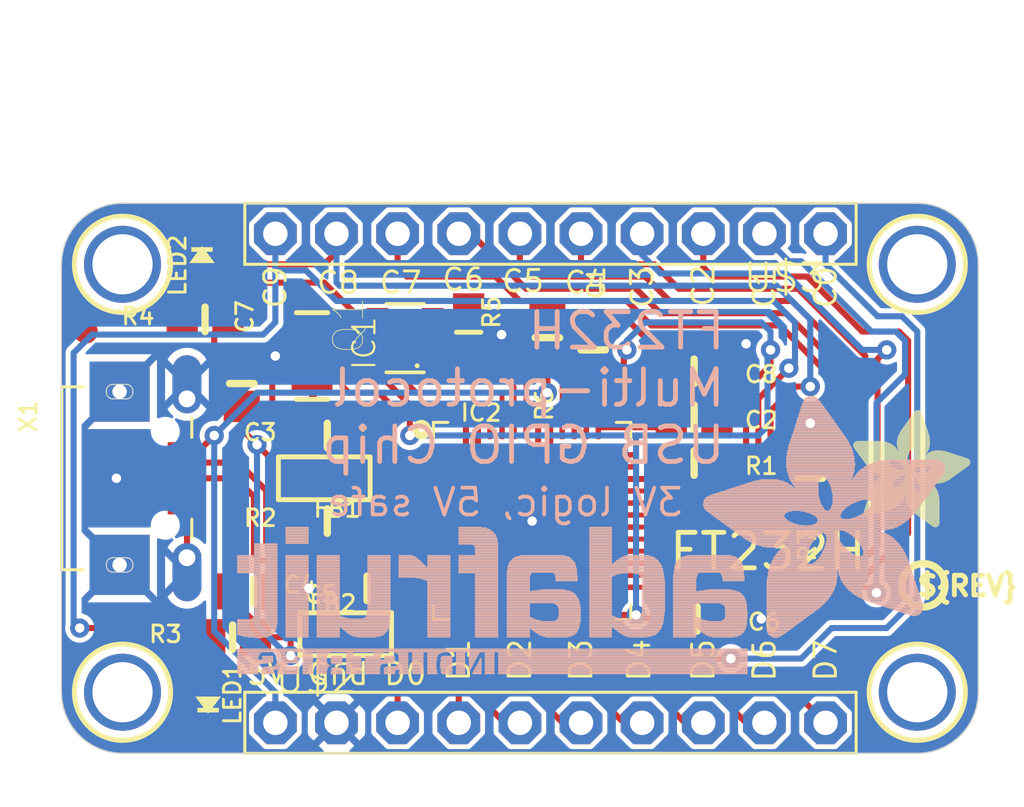
<source format=kicad_pcb>
(kicad_pcb (version 20221018) (generator pcbnew)
  (layers (0 "F.Cu" signal) (31 "B.Cu" signal) (34 "B.Paste" user) (35 "F.Paste" user) (36 "B.SilkS" user "B.Silkscreen") (37 "F.SilkS" user "F.Silkscreen") (38 "B.Mask" user) (39 "F.Mask" user) (44 "Edge.Cuts" user))
  (net 0 "")
  (net 1 "GND")
  (net 2 "+5V")
  (net 3 "D+")
  (net 4 "D-")
  (net 5 "N$2")
  (net 6 "N$3")
  (net 7 "1.8V")
  (net 8 "+3V3")
  (net 9 "VCCA")
  (net 10 "VPLL")
  (net 11 "VPHY")
  (net 12 "N$7")
  (net 13 "N$5")
  (net 14 "C8")
  (net 15 "C9")
  (net 16 "N$6")
  (net 17 "N$8")
  (net 18 "N$9")
  (net 19 "N$10")
  (net 20 "N$11")
  (net 21 "N$12")
  (net 22 "C7")
  (net 23 "D0")
  (net 24 "D1")
  (net 25 "D2")
  (net 26 "D3")
  (net 27 "D4")
  (net 28 "D5")
  (net 29 "D6")
  (net 30 "D7")
  (net 31 "C0")
  (net 32 "C1")
  (net 33 "C2")
  (net 34 "C3")
  (net 35 "C4")
  (net 36 "C5")
  (net 37 "C6")
  (footprint "working:4UCONN_20329" (layer "F.Cu") (at 133.7691 105.0036 -90)
    (fp_text reference "X1")
    (fp_text value "MiniB")
    (fp_line (start -3.9 2.2) (end -3.9 1.6) (stroke (width 0.05)) (layer "Edge.Cuts"))
    (fp_line (start -3.3 1.6) (end -3.3 2.2) (stroke (width 0.05)) (layer "Edge.Cuts"))
    (fp_line (start 3.3 2.2) (end 3.3 1.6) (stroke (width 0.05)) (layer "Edge.Cuts"))
    (fp_line (start 3.9 1.6) (end 3.9 2.2) (stroke (width 0.05)) (layer "Edge.Cuts"))
    (fp_arc (start -3.9 1.6) (mid -3.801777 1.412868) (end -3.6 1.35) (stroke (width 0.05)) (layer "Edge.Cuts"))
    (fp_arc (start -3.6 1.35) (mid -3.398223 1.412868) (end -3.3 1.6) (stroke (width 0.05)) (layer "Edge.Cuts"))
    (fp_arc (start -3.6 2.45) (mid -3.801777 2.387132) (end -3.9 2.2) (stroke (width 0.05)) (layer "Edge.Cuts"))
    (fp_arc (start -3.3 2.2) (mid -3.398223 2.387132) (end -3.6 2.45) (stroke (width 0.05)) (layer "Edge.Cuts"))
    (fp_arc (start 3.3 1.6) (mid 3.398223 1.412868) (end 3.6 1.35) (stroke (width 0.05)) (layer "Edge.Cuts"))
    (fp_arc (start 3.6 1.35) (mid 3.801777 1.412868) (end 3.9 1.6) (stroke (width 0.05)) (layer "Edge.Cuts"))
    (fp_arc (start 3.6 2.45) (mid 3.398223 2.387132) (end 3.3 2.2) (stroke (width 0.05)) (layer "Edge.Cuts"))
    (fp_arc (start 3.9 2.2) (mid 3.801777 2.387132) (end 3.6 2.45) (stroke (width 0.05)) (layer "Edge.Cuts"))
  )
  (footprint "working:CHIPLED_0805_NOOUTLINE" (layer "F.Cu") (at 135.2931 95.7326)
    (fp_text reference "LED2")
    (fp_text value "red")
  )
  (footprint "working:0805-NO" (layer "F.Cu") (at 140.5001 106.7816 180)
    (fp_text reference "R2")
    (fp_text value "12K 1%")
  )
  (footprint "working:0805-NO" (layer "F.Cu") (at 155.7401 104.3686)
    (fp_text reference "R1")
    (fp_text value "12K")
  )
  (footprint "working:PCBFEAT-REV-040" (layer "F.Cu") (at 165.2651 109.4486)
    (fp_text reference "U$11" hide)
    (fp_text value "" hide)
  )
  (footprint "working:_0805" (layer "F.Cu") (at 141.2621 111.4806)
    (fp_text reference "FB2")
    (fp_text value "Ferrite")
  )
  (footprint "working:MOUNTINGHOLE_2.5_PLATED" (layer "F.Cu") (at 165.0111 96.1136)
    (fp_text reference "U$6" hide)
    (fp_text value "MOUNTINGHOLE2.5" hide)
  )
  (footprint "working:0805-NO" (layer "F.Cu") (at 142.1511 109.5756 180)
    (fp_text reference "C4")
    (fp_text value "10uF")
  )
  (footprint "working:0805-NO" (layer "F.Cu") (at 160.5661 105.0036 -90)
    (fp_text reference "R7")
    (fp_text value "12K")
  )
  (footprint "working:0805-NO" (layer "F.Cu") (at 136.9441 101.0666 90)
    (fp_text reference "C7")
    (fp_text value "0.1uF")
  )
  (footprint "working:0805-NO" (layer "F.Cu") (at 149.6441 99.1616 -90)
    (fp_text reference "R6")
    (fp_text value "4.7K")
  )
  (footprint "working:0805-NO" (layer "F.Cu") (at 136.5631 111.6076 180)
    (fp_text reference "R3")
    (fp_text value "1K")
  )
  (footprint "working:ADAFRUIT_5MM" (layer "F.Cu") (at 162.3441 107.0356)
    (fp_text reference "U$8" hide)
    (fp_text value "" hide)
  )
  (footprint "working:0805-NO" (layer "F.Cu") (at 135.4201 98.3996 180)
    (fp_text reference "R4")
    (fp_text value "1K")
  )
  (footprint "working:SOT23-6" (layer "F.Cu") (at 143.732993 99.179654 90)
    (fp_text reference "IC1")
    (fp_text value "93LC56B")
  )
  (footprint "working:1X10-BIG" (layer "F.Cu") (at 149.7711 115.1636)
    (fp_text reference "U$2")
    (fp_text value "PINHD-1X10")
  )
  (footprint "working:0805-NO" (layer "F.Cu") (at 155.7401 102.4636)
    (fp_text reference "C2")
    (fp_text value "0.1uF")
  )
  (footprint "working:MOUNTINGHOLE_2.5_PLATED" (layer "F.Cu") (at 131.9911 96.1136)
    (fp_text reference "U$4" hide)
    (fp_text value "MOUNTINGHOLE2.5" hide)
  )
  (footprint "working:0805-NO" (layer "F.Cu") (at 155.7401 100.5586)
    (fp_text reference "C8")
    (fp_text value "0.1uF")
  )
  (footprint "working:0805-NO" (layer "F.Cu") (at 137.4521 109.7026)
    (fp_text reference "C5")
    (fp_text value "10uF")
  )
  (footprint "working:MOUNTINGHOLE_2.5_PLATED" (layer "F.Cu") (at 131.9911 113.8936)
    (fp_text reference "U$5" hide)
    (fp_text value "MOUNTINGHOLE2.5" hide)
  )
  (footprint "working:FIDUCIAL_1MM" (layer "F.Cu") (at 160.1851 110.7186)
    (fp_text reference "FID2" hide)
    (fp_text value "FIDUCIAL\"\"" hide)
  )
  (footprint "working:MOUNTINGHOLE_2.5_PLATED" (layer "F.Cu") (at 165.0111 113.8936)
    (fp_text reference "U$7" hide)
    (fp_text value "MOUNTINGHOLE2.5" hide)
  )
  (footprint "working:QFN48_8MM" (layer "F.Cu") (at 149.0091 106.7816)
    (fp_text reference "IC2")
    (fp_text value "FT232HQ")
  )
  (footprint "working:_0805MP" (layer "F.Cu") (at 146.372912 98.934804 -90)
    (fp_text reference "R5")
    (fp_text value "2.2K")
  )
  (footprint "working:0805-NO" (layer "F.Cu") (at 151.5491 99.6696 90)
    (fp_text reference "C1")
    (fp_text value "10uF")
  )
  (footprint "working:0805-NO" (layer "F.Cu") (at 140.5001 103.2256 180)
    (fp_text reference "C3")
    (fp_text value "10uF")
  )
  (footprint "working:_0805" (layer "F.Cu") (at 140.3731 105.0036 180)
    (fp_text reference "FB1")
    (fp_text value "Ferrite")
  )
  (footprint "working:FIDUCIAL_1MM" (layer "F.Cu") (at 130.4671 98.9076)
    (fp_text reference "FID1" hide)
    (fp_text value "FIDUCIAL\"\"" hide)
  )
  (footprint "working:1X10-BIG" (layer "F.Cu") (at 149.7711 94.8436 180)
    (fp_text reference "U$3")
    (fp_text value "PINHD-1X10" hide)
  )
  (footprint "working:CHIPLED_0805_NOOUTLINE" (layer "F.Cu") (at 135.5471 114.4016 180)
    (fp_text reference "LED1")
    (fp_text value "green")
  )
  (footprint "working:0805-NO" (layer "F.Cu") (at 155.8671 110.8456)
    (fp_text reference "C6")
    (fp_text value "0.1uF")
  )
  (footprint "working:RESONATOR-SMD" (layer "F.Cu") (at 139.8651 99.9236 -90)
    (fp_text reference "Q1")
    (fp_text value "CSTCR 12MHz")
  )
  (footprint "working:ADAFRUIT_TEXT_30MM" (layer "B.Cu") (at 166.4081 113.1316 180)
    (fp_text reference "U$9" hide)
    (fp_text value "" hide)
  )
  (gr_line (start 129.4511 96.1136) (end 129.4511 113.8936) (stroke (width 0.05)) (layer "Edge.Cuts"))
  (gr_arc (start 131.9911 116.4336) (mid 130.195049 115.689651) (end 129.4511 113.8936) (stroke (width 0.05)) (layer "Edge.Cuts"))
  (gr_line (start 167.5511 113.8936) (end 167.5511 96.1136) (stroke (width 0.05)) (layer "Edge.Cuts"))
  (gr_line (start 131.9911 116.4336) (end 165.0111 116.4336) (stroke (width 0.05)) (layer "Edge.Cuts"))
  (gr_line (start 165.0111 93.5736) (end 131.9911 93.5736) (stroke (width 0.05)) (layer "Edge.Cuts"))
  (gr_arc (start 167.5511 113.8936) (mid 166.807151 115.689651) (end 165.0111 116.4336) (stroke (width 0.05)) (layer "Edge.Cuts"))
  (gr_arc (start 129.4511 96.1136) (mid 130.195049 94.317549) (end 131.9911 93.5736) (stroke (width 0.05)) (layer "Edge.Cuts"))
  (gr_arc (start 165.0111 93.5736) (mid 166.807151 94.317549) (end 167.5511 96.1136) (stroke (width 0.05)) (layer "Edge.Cuts"))
  (gr_text "3V logic, 5V safe" (at 155.3591 106.6546) (layer "B.SilkS") (effects (font (size 1.1176 1.1176) (thickness 0.1524)) (justify left bottom mirror)))
  (gr_text "FT232H\nMulti-protocol\nUSB GPIO Chip" (at 157.1371 104.4956) (layer "B.SilkS") (effects (font (size 1.475232 1.475232) (thickness 0.201168)) (justify left bottom mirror)))
  (gr_text "C8" (at 139.9921 96.8756) (layer "F.SilkS") (effects (font (size 0.89408 0.89408) (thickness 0.12192)) (justify left)))
  (gr_text "Gnd" (at 139.6111 113.1316) (layer "F.SilkS") (effects (font (size 0.89408 0.89408) (thickness 0.12192)) (justify left)))
  (gr_text "C7" (at 142.5956 96.8756) (layer "F.SilkS") (effects (font (size 0.89408 0.89408) (thickness 0.12192)) (justify left)))
  (gr_text "C4" (at 150.2791 96.8756) (layer "F.SilkS") (effects (font (size 0.89408 0.89408) (thickness 0.12192)) (justify left)))
  (gr_text "D6" (at 158.6611 113.5126 90) (layer "F.SilkS") (effects (font (size 0.89408 0.89408) (thickness 0.12192)) (justify left)))
  (gr_text "C0" (at 161.2011 98.0186 90) (layer "F.SilkS") (effects (font (size 0.89408 0.89408) (thickness 0.12192)) (justify left)))
  (gr_text "C2" (at 156.1211 97.9551 90) (layer "F.SilkS") (effects (font (size 0.89408 0.89408) (thickness 0.12192)) (justify left)))
  (gr_text "D3" (at 151.0411 113.5126 90) (layer "F.SilkS") (effects (font (size 0.89408 0.89408) (thickness 0.12192)) (justify left)))
  (gr_text "5V" (at 137.0711 113.1316) (layer "F.SilkS") (effects (font (size 0.89408 0.89408) (thickness 0.12192)) (justify left)))
  (gr_text "C5" (at 147.6756 96.8121) (layer "F.SilkS") (effects (font (size 0.89408 0.89408) (thickness 0.12192)) (justify left)))
  (gr_text "D5" (at 156.1211 113.5126 90) (layer "F.SilkS") (effects (font (size 0.89408 0.89408) (thickness 0.12192)) (justify left)))
  (gr_text "FT232H" (at 154.5971 108.0516) (layer "F.SilkS") (effects (font (size 1.475232 1.475232) (thickness 0.201168)) (justify left)))
  (gr_text "D7" (at 161.2011 113.5126 90) (layer "F.SilkS") (effects (font (size 0.89408 0.89408) (thickness 0.12192)) (justify left)))
  (gr_text "C1" (at 158.6611 98.0186 90) (layer "F.SilkS") (effects (font (size 0.89408 0.89408) (thickness 0.12192)) (justify left)))
  (gr_text "C9" (at 138.3411 98.0186 90) (layer "F.SilkS") (effects (font (size 0.89408 0.89408) (thickness 0.12192)) (justify left)))
  (gr_text "C3" (at 153.5811 98.0186 90) (layer "F.SilkS") (effects (font (size 0.89408 0.89408) (thickness 0.12192)) (justify left)))
  (gr_text "D4" (at 153.4541 113.5126 90) (layer "F.SilkS") (effects (font (size 0.89408 0.89408) (thickness 0.12192)) (justify left)))
  (gr_text "D2" (at 148.5011 113.5126 90) (layer "F.SilkS") (effects (font (size 0.89408 0.89408) (thickness 0.12192)) (justify left)))
  (gr_text "C6" (at 145.1991 96.7486) (layer "F.SilkS") (effects (font (size 0.89408 0.89408) (thickness 0.12192)) (justify left)))
  (gr_text "D0" (at 142.7861 113.1316) (layer "F.SilkS") (effects (font (size 0.89408 0.89408) (thickness 0.12192)) (justify left)))
  (gr_text "D1" (at 145.9611 113.5126 90) (layer "F.SilkS") (effects (font (size 0.89408 0.89408) (thickness 0.12192)) (justify left)))
  (segment (start 156.6901 100.5586) (end 156.6901 102.4636) (width 0.254) (layer "F.Cu") (net 1))
  (segment (start 149.7591 106.0316) (end 149.0091 106.7816) (width 0.254) (layer "F.Cu") (net 1))
  (segment (start 151.7591 104.0316) (end 149.0091 106.7816) (width 0.254) (layer "F.Cu") (net 1))
  (segment (start 160.5661 104.0536) (end 160.5661 102.7176) (width 0.254) (layer "F.Cu") (net 1))
  (segment (start 146.2591 102.8816) (end 146.2591 104.0316) (width 0.254) (layer "F.Cu") (net 1))
  (segment (start 139.0421 102.7176) (end 139.5501 103.2256) (width 0.254) (layer "F.Cu") (net 1))
  (segment (start 140.3731 104.0486) (end 139.5501 103.2256) (width 0.254) (layer "F.Cu") (net 1))
  (segment (start 156.8831 99.5426) (end 156.8831 100.3656) (width 0.254) (layer "F.Cu") (net 1))
  (segment (start 152.9091 104.0316) (end 151.7591 104.0316) (width 0.254) (layer "F.Cu") (net 1))
  (segment (start 147.7591 108.0316) (end 149.0091 106.7816) (width 0.254) (layer "F.Cu") (net 1))
  (segment (start 153.7081 99.1616) (end 156.5021 99.1616) (width 0.254) (layer "F.Cu") (net 1))
  (segment (start 152.9091 104.5316) (end 151.2591 104.5316) (width 0.254) (layer "F.Cu") (net 1))
  (segment (start 151.2591 104.5316) (end 149.0091 106.7816) (width 0.254) (layer "F.Cu") (net 1))
  (segment (start 149.7591 102.8816) (end 149.7591 106.0316) (width 0.254) (layer "F.Cu") (net 1))
  (segment (start 145.1091 108.5316) (end 147.2591 108.5316) (width 0.254) (layer "F.Cu") (net 1))
  (segment (start 152.0571 98.3996) (end 152.9461 98.3996) (width 0.254) (layer "F.Cu") (net 1))
  (segment (start 156.9441 102.2096) (end 156.6901 102.4636) (width 0.254) (layer "F.Cu") (net 1))
  (segment (start 146.7591 104.5316) (end 149.0091 106.7816) (width 0.254) (layer "F.Cu") (net 1))
  (segment (start 138.5291 109.5756) (end 139.7381 109.5756) (width 0.254) (layer "F.Cu") (net 1))
  (segment (start 146.2591 104.0316) (end 149.0091 106.7816) (width 0.254) (layer "F.Cu") (net 1))
  (segment (start 151.2591 109.1866) (end 150.7591 108.6866) (width 0.254) (layer "F.Cu") (net 1))
  (segment (start 134.6691 106.4286) (end 134.6691 108.3036) (width 0.254) (layer "F.Cu") (net 1))
  (segment (start 147.7591 105.5316) (end 149.0091 106.7816) (width 0.254) (layer "F.Cu") (net 1))
  (segment (start 146.7591 102.8816) (end 146.7591 104.5316) (width 0.254) (layer "F.Cu") (net 1))
  (segment (start 150.7591 110.6816) (end 150.7591 108.6866) (width 0.254) (layer "F.Cu") (net 1))
  (segment (start 139.6111 106.7816) (end 139.5501 106.7816) (width 0.254) (layer "F.Cu") (net 1))
  (segment (start 150.7591 108.6866) (end 150.7591 108.5316) (width 0.254) (layer "F.Cu") (net 1))
  (segment (start 146.7591 109.0316) (end 149.0091 106.7816) (width 0.254) (layer "F.Cu") (net 1))
  (segment (start 156.8831 100.3656) (end 156.6901 100.5586) (width 0.254) (layer "F.Cu") (net 1))
  (segment (start 131.7691 105.7536) (end 131.7371 105.7216) (width 0.254) (layer "F.Cu") (net 1))
  (segment (start 141.2011 109.5756) (end 139.7381 109.5756) (width 0.254) (layer "F.Cu") (net 1))
  (segment (start 138.4021 109.7026) (end 138.5291 109.5756) (width 0.254) (layer "F.Cu") (net 1))
  (segment (start 157.8991 99.4156) (end 157.8991 99.9846) (width 0.254) (layer "F.Cu") (net 1))
  (segment (start 138.9761 102.7176) (end 138.2141 101.9556) (width 0.254) (layer "F.Cu") (net 1))
  (segment (start 145.1091 108.0316) (end 147.7591 108.0316) (width 0.254) (layer "F.Cu") (net 1))
  (segment (start 156.6901 100.5586) (end 157.3251 100.5586) (width 0.254) (layer "F.Cu") (net 1))
  (segment (start 137.1371 99.9236) (end 138.3411 99.9236) (width 0.254) (layer "F.Cu") (net 1))
  (segment (start 131.7691 105.7536) (end 131.7691 104.2536) (width 0.254) (layer "F.Cu") (net 1))
  (segment (start 140.3731 106.0196) (end 139.6111 106.7816) (width 0.254) (layer "F.Cu") (net 1))
  (segment (start 147.630153 98.925654) (end 147.7391 99.0346) (width 0.254) (layer "F.Cu") (net 1))
  (segment (start 158.5341 110.8456) (end 156.8171 110.8456) (width 0.254) (layer "F.Cu") (net 1))
  (segment (start 145.181046 99.179654) (end 145.435046 98.925654) (width 0.254) (layer "F.Cu") (net 1))
  (segment (start 134.5441 106.3036) (end 134.6691 106.4286) (width 0.254) (layer "F.Cu") (net 1))
  (segment (start 151.7371 98.7196) (end 151.5491 98.7196) (width 0.254) (layer "F.Cu") (net 1))
  (segment (start 147.2591 108.5316) (end 149.0091 106.7816) (width 0.254) (layer "F.Cu") (net 1))
  (segment (start 136.9441 100.1166) (end 137.1371 99.9236) (width 0.254) (layer "F.Cu") (net 1))
  (segment (start 157.3251 100.5586) (end 157.8991 99.9846) (width 0.254) (layer "F.Cu") (net 1))
  (segment (start 145.1091 105.5316) (end 147.7591 105.5316) (width 0.254) (layer "F.Cu") (net 1))
  (segment (start 139.8651 99.9236) (end 138.3411 99.9236) (width 0.254) (layer "F.Cu") (net 1))
  (segment (start 131.7371 105.7216) (end 131.7371 105.0036) (width 0.254) (layer "F.Cu") (net 1))
  (segment (start 156.5021 99.1616) (end 156.8831 99.5426) (width 0.254) (layer "F.Cu") (net 1))
  (segment (start 145.435046 98.925654) (end 147.630153 98.925654) (width 0.254) (layer "F.Cu") (net 1))
  (segment (start 145.1091 109.0316) (end 146.7591 109.0316) (width 0.254) (layer "F.Cu") (net 1))
  (segment (start 138.2141 101.9556) (end 138.2141 99.9236) (width 0.254) (layer "F.Cu") (net 1))
  (segment (start 140.3731 106.0196) (end 140.3731 104.0486) (width 0.254) (layer "F.Cu") (net 1))
  (segment (start 149.2591 102.8816) (end 149.2591 106.5316) (width 0.254) (layer "F.Cu") (net 1))
  (segment (start 144.882993 99.179654) (end 145.181046 99.179654) (width 0.254) (layer "F.Cu") (net 1))
  (segment (start 149.2591 106.5316) (end 149.0091 106.7816) (width 0.254) (layer "F.Cu") (net 1))
  (segment (start 150.7591 108.5316) (end 149.0091 106.7816) (width 0.254) (layer "F.Cu") (net 1))
  (segment (start 152.9461 98.3996) (end 153.7081 99.1616) (width 0.254) (layer "F.Cu") (net 1))
  (segment (start 149.2631 102.8856) (end 149.2591 102.8816) (width 0.2032) (layer "F.Cu") (net 1))
  (segment (start 151.2591 110.6816) (end 151.2591 109.1866) (width 0.254) (layer "F.Cu") (net 1))
  (segment (start 139.0421 102.7176) (end 138.9761 102.7176) (width 0.254) (layer "F.Cu") (net 1))
  (segment (start 152.0571 98.3996) (end 151.7371 98.7196) (width 0.254) (layer "F.Cu") (net 1))
  (segment (start 150.4091 108.1816) (end 149.0091 106.7816) (width 0.254) (layer "F.Cu") (net 1))
  (segment (start 138.2141 99.9236) (end 138.3411 99.9236) (width 0.254) (layer "F.Cu") (net 1))
  (via (at 138.3411 99.9236) (size 0.8001) (drill 0.3937) (layers "F.Cu" "B.Cu") (net 1))
  (via (at 158.5341 110.8456) (size 0.8001) (drill 0.3937) (layers "F.Cu" "B.Cu") (net 1))
  (via (at 147.7391 99.0346) (size 0.8001) (drill 0.3937) (layers "F.Cu" "B.Cu") (net 1))
  (via (at 149.0091 106.7816) (size 0.8001) (drill 0.3937) (layers "F.Cu" "B.Cu") (net 1))
  (via (at 160.5661 102.7176) (size 0.8001) (drill 0.3937) (layers "F.Cu" "B.Cu") (net 1))
  (via (at 139.7381 109.5756) (size 0.8001) (drill 0.3937) (layers "F.Cu" "B.Cu") (net 1))
  (via (at 157.8991 99.4156) (size 0.8001) (drill 0.3937) (layers "F.Cu" "B.Cu") (net 1))
  (via (at 131.7371 105.0036) (size 0.8001) (drill 0.3937) (layers "F.Cu" "B.Cu") (net 1))
  (segment (start 151.5491 100.6196) (end 150.6201 100.6196) (width 0.254) (layer "F.Cu") (net 2))
  (segment (start 135.3231 103.7036) (end 135.8011 103.2256) (width 0.254) (layer "F.Cu") (net 2))
  (segment (start 149.6441 101.4476) (end 149.6441 100.1116) (width 0.254) (layer "F.Cu") (net 2))
  (segment (start 134.5441 103.7036) (end 135.3231 103.7036) (width 0.254) (layer "F.Cu") (net 2))
  (segment (start 150.6201 100.6196) (end 150.4166 100.8231) (width 0.254) (layer "F.Cu") (net 2))
  (segment (start 149.6441 100.1116) (end 149.7051 100.1116) (width 0.254) (layer "F.Cu") (net 2))
  (segment (start 149.7051 100.1116) (end 150.4166 100.8231) (width 0.254) (layer "F.Cu") (net 2))
  (segment (start 150.4166 100.8231) (end 150.2591 100.9806) (width 0.254) (layer "F.Cu") (net 2))
  (segment (start 150.2591 102.8816) (end 150.2591 100.9806) (width 0.2032) (layer "F.Cu") (net 2))
  (via (at 149.6441 101.4476) (size 0.8001) (drill 0.3937) (layers "F.Cu" "B.Cu") (net 2))
  (via (at 135.8011 103.2256) (size 0.8001) (drill 0.3937) (layers "F.Cu" "B.Cu") (net 2))
  (segment (start 137.5791 101.4476) (end 135.8011 103.2256) (width 0.254) (layer "B.Cu") (net 2))
  (segment (start 135.8011 103.2256) (end 135.8011 111.3536) (width 0.254) (layer "B.Cu") (net 2))
  (segment (start 138.3411 113.8936) (end 138.3411 115.1636) (width 0.254) (layer "B.Cu") (net 2))
  (segment (start 135.8011 111.3536) (end 138.3411 113.8936) (width 0.254) (layer "B.Cu") (net 2))
  (segment (start 149.6441 101.4476) (end 137.5791 101.4476) (width 0.254) (layer "B.Cu") (net 2))
  (segment (start 137.7061 108.4326) (end 142.4051 108.4326) (width 0.254) (layer "F.Cu") (net 3))
  (segment (start 136.6901 105.0036) (end 134.5441 105.0036) (width 0.254) (layer "F.Cu") (net 3))
  (segment (start 137.4521 108.1786) (end 137.7061 108.4326) (width 0.254) (layer "F.Cu") (net 3))
  (segment (start 137.4521 105.7656) (end 137.4521 108.1786) (width 0.254) (layer "F.Cu") (net 3))
  (segment (start 143.8061 107.0316) (end 145.1091 107.0316) (width 0.2032) (layer "F.Cu") (net 3))
  (segment (start 136.6901 105.0036) (end 137.4521 105.7656) (width 0.254) (layer "F.Cu") (net 3))
  (segment (start 142.4051 108.4326) (end 143.8061 107.0316) (width 0.2032) (layer "F.Cu") (net 3))
  (segment (start 143.6211 106.5816) (end 143.6711 106.5316) (width 0.2032) (layer "F.Cu") (net 4))
  (segment (start 137.9601 107.6706) (end 138.2141 107.9246) (width 0.254) (layer "F.Cu") (net 4))
  (segment (start 138.2141 107.9246) (end 142.2781 107.9246) (width 0.254) (layer "F.Cu") (net 4))
  (segment (start 137.9601 105.5116) (end 137.9601 107.6706) (width 0.254) (layer "F.Cu") (net 4))
  (segment (start 136.8021 104.3536) (end 137.9601 105.5116) (width 0.254) (layer "F.Cu") (net 4))
  (segment (start 143.6211 106.5816) (end 142.2781 107.9246) (width 0.254) (layer "F.Cu") (net 4))
  (segment (start 143.6711 106.5316) (end 145.1091 106.5316) (width 0.2032) (layer "F.Cu") (net 4))
  (segment (start 134.5441 104.3536) (end 136.8021 104.3536) (width 0.254) (layer "F.Cu") (net 4))
  (segment (start 141.1351 101.1936) (end 141.1351 99.0346) (width 0.254) (layer "F.Cu") (net 5))
  (segment (start 141.3891 101.4476) (end 141.1351 101.1936) (width 0.254) (layer "F.Cu") (net 5))
  (segment (start 142.6351 101.4476) (end 141.3891 101.4476) (width 0.254) (layer "F.Cu") (net 5))
  (segment (start 145.1091 104.0316) (end 143.2111 104.0316) (width 0.2032) (layer "F.Cu") (net 5))
  (segment (start 143.0401 103.8606) (end 143.0401 101.8526) (width 0.254) (layer "F.Cu") (net 5))
  (segment (start 141.1351 99.0346) (end 140.8241 98.7236) (width 0.254) (layer "F.Cu") (net 5))
  (segment (start 143.0401 103.8606) (end 143.2111 104.0316) (width 0.254) (layer "F.Cu") (net 5))
  (segment (start 143.0401 101.8526) (end 142.6351 101.4476) (width 0.254) (layer "F.Cu") (net 5))
  (segment (start 140.8241 98.7236) (end 139.8651 98.7236) (width 0.254) (layer "F.Cu") (net 5))
  (segment (start 142.6951 104.5316) (end 142.5321 104.3686) (width 0.2032) (layer "F.Cu") (net 6))
  (segment (start 139.8651 101.0906) (end 139.8651 101.1236) (width 0.254) (layer "F.Cu") (net 6))
  (segment (start 145.1091 104.5316) (end 142.6951 104.5316) (width 0.2032) (layer "F.Cu") (net 6))
  (segment (start 139.8651 101.5746) (end 139.8651 101.1236) (width 0.254) (layer "F.Cu") (net 6))
  (segment (start 142.5321 104.3686) (end 142.5321 102.0826) (width 0.254) (layer "F.Cu") (net 6))
  (segment (start 140.3731 102.0826) (end 139.8651 101.5746) (width 0.254) (layer "F.Cu") (net 6))
  (segment (start 140.3731 102.0826) (end 142.5321 102.0826) (width 0.254) (layer "F.Cu") (net 6))
  (segment (start 151.2591 102.8816) (end 151.2591 102.2456) (width 0.2032) (layer "F.Cu") (net 7))
  (segment (start 153.2636 102.0191) (end 154.7241 100.5586) (width 0.254) (layer "F.Cu") (net 7))
  (segment (start 151.4856 102.0191) (end 153.2636 102.0191) (width 0.2032) (layer "F.Cu") (net 7))
  (segment (start 154.7241 100.5586) (end 154.7901 100.5586) (width 0.254) (layer "F.Cu") (net 7))
  (segment (start 151.2591 102.2456) (end 151.4856 102.0191) (width 0.2032) (layer "F.Cu") (net 7))
  (segment (start 139.2301 105.1306) (end 139.3571 105.0036) (width 0.254) (layer "F.Cu") (net 8))
  (segment (start 153.4911 110.8456) (end 154.9171 110.8456) (width 0.254) (layer "F.Cu") (net 8))
  (segment (start 140.2461 111.4806) (end 140.2461 112.4966) (width 0.254) (layer "F.Cu") (net 8))
  (segment (start 158.9151 99.6696) (end 158.9151 100.3046) (width 0.254) (layer "F.Cu") (net 8))
  (segment (start 137.8941 96.8756) (end 136.3701 98.3996) (width 0.254) (layer "F.Cu") (net 8))
  (segment (start 142.582993 100.129654) (end 141.849153 100.129654) (width 0.254) (layer "F.Cu") (net 8))
  (segment (start 136.9441 102.9716) (end 136.9441 102.0166) (width 0.254) (layer "F.Cu") (net 8))
  (segment (start 157.8991 104.2416) (end 157.8991 101.3206) (width 0.254) (layer "F.Cu") (net 8))
  (segment (start 143.5901 111.0506) (end 143.5481 111.0506) (width 0.2032) (layer "F.Cu") (net 8))
  (segment (start 135.9891 102.0166) (end 136.9441 102.0166) (width 0.254) (layer "F.Cu") (net 8))
  (segment (start 138.9761 111.6076) (end 137.5131 111.6076) (width 0.254) (layer "F.Cu") (net 8))
  (segment (start 137.550287 111.136788) (end 137.5131 111.173975) (width 0.254) (layer "F.Cu") (net 8))
  (segment (start 138.2141 104.7496) (end 138.5951 105.1306) (width 0.254) (layer "F.Cu") (net 8))
  (segment (start 150.7591 101.8566) (end 151.0411 101.5746) (width 0.2032) (layer "F.Cu") (net 8))
  (segment (start 138.5951 105.1306) (end 139.2301 105.1306) (width 0.254) (layer "F.Cu") (net 8))
  (segment (start 152.8191 101.3206) (end 152.8191 99.7966) (width 0.254) (layer "F.Cu") (net 8))
  (segment (start 142.582993 100.609494) (end 143.9291 101.9556) (width 0.254) (layer "F.Cu") (net 8))
  (segment (start 140.1191 111.6076) (end 140.2461 111.4806) (width 0.254) (layer "F.Cu") (net 8))
  (segment (start 140.2461 111.6686) (end 140.2461 111.4806) (width 0.254) (layer "F.Cu") (net 8))
  (segment (start 157.8991 101.3206) (end 158.9151 100.3046) (width 0.254) (layer "F.Cu") (net 8))
  (segment (start 143.9291 101.9556) (end 143.9291 103.2256) (width 0.254) (layer "F.Cu") (net 8))
  (segment (start 138.2141 104.2416) (end 137.5791 103.6066) (width 0.254) (layer "F.Cu") (net 8))
  (segment (start 135.8011 101.8286) (end 135.9891 102.0166) (width 0.254) (layer "F.Cu") (net 8))
  (segment (start 141.6431 98.1456) (end 141.6431 99.9236) (width 0.254) (layer "F.Cu") (net 8))
  (segment (start 135.8011 101.8286) (end 135.8011 98.9686) (width 0.254) (layer "F.Cu") (net 8))
  (segment (start 140.3731 96.8756) (end 141.6431 98.1456) (width 0.254) (layer "F.Cu") (net 8))
  (segment (start 143.5481 112.4966) (end 143.5481 111.0506) (width 0.254) (layer "F.Cu") (net 8))
  (segment (start 156.7561 104.3026) (end 156.6901 104.3686) (width 0.254) (layer "F.Cu") (net 8))
  (segment (start 141.6431 99.9236) (end 141.849153 100.129654) (width 0.254) (layer "F.Cu") (net 8))
  (segment (start 147.2591 101.9556) (end 143.9291 101.9556) (width 0.2032) (layer "F.Cu") (net 8))
  (segment (start 151.0411 101.5746) (end 152.5651 101.5746) (width 0.2032) (layer "F.Cu") (net 8))
  (segment (start 136.5021 110.004357) (end 137.634531 111.136788) (width 0.254) (layer "F.Cu") (net 8))
  (segment (start 140.1191 111.6076) (end 138.9761 111.6076) (width 0.254) (layer "F.Cu") (net 8))
  (segment (start 153.3271 110.6816) (end 153.4911 110.8456) (width 0.254) (layer "F.Cu") (net 8))
  (segment (start 143.2941 112.7506) (end 143.5481 112.4966) (width 0.254) (layer "F.Cu") (net 8))
  (segment (start 145.1091 109.5316) (end 143.5901 111.0506) (width 0.2032) (layer "F.Cu") (net 8))
  (segment (start 140.2461 111.4806) (end 139.9921 111.4806) (width 0.254) (layer "F.Cu") (net 8))
  (segment (start 138.2141 104.7496) (end 138.2141 104.2416) (width 0.254) (layer "F.Cu") (net 8))
  (segment (start 157.8991 104.2416) (end 157.7721 104.3686) (width 0.254) (layer "F.Cu") (net 8))
  (segment (start 135.8011 98.9686) (end 136.3701 98.3996) (width 0.254) (layer "F.Cu") (net 8))
  (segment (start 152.5651 101.5746) (end 152.8191 101.3206) (width 0.2032) (layer "F.Cu") (net 8))
  (segment (start 151.7591 110.6816) (end 153.3271 110.6816) (width 0.254) (layer "F.Cu") (net 8))
  (segment (start 147.2591 102.8816) (end 147.2591 101.9556) (width 0.2032) (layer "F.Cu") (net 8))
  (segment (start 150.7591 102.8816) (end 150.7591 101.8566) (width 0.2032) (layer "F.Cu") (net 8))
  (segment (start 140.5001 112.7506) (end 143.2941 112.7506) (width 0.254) (layer "F.Cu") (net 8))
  (segment (start 140.2461 112.4966) (end 140.5001 112.7506) (width 0.254) (layer "F.Cu") (net 8))
  (segment (start 152.8191 99.7966) (end 152.9461 99.6696) (width 0.254) (layer "F.Cu") (net 8))
  (segment (start 137.634531 111.136788) (end 137.550287 111.136788) (width 0.254) (layer "F.Cu") (net 8))
  (segment (start 136.9441 102.9716) (end 137.5791 103.6066) (width 0.254) (layer "F.Cu") (net 8))
  (segment (start 138.9761 112.3696) (end 138.9761 111.6076) (width 0.254) (layer "F.Cu") (net 8))
  (segment (start 136.5021 109.7026) (end 136.5021 110.004357) (width 0.254) (layer "F.Cu") (net 8))
  (segment (start 137.8941 96.8756) (end 140.3731 96.8756) (width 0.254) (layer "F.Cu") (net 8))
  (segment (start 137.5131 111.173975) (end 137.5131 111.6076) (width 0.254) (layer "F.Cu") (net 8))
  (segment (start 142.582993 100.129654) (end 142.582993 100.609494) (width 0.254) (layer "F.Cu") (net 8))
  (segment (start 157.7721 104.3686) (end 156.6901 104.3686) (width 0.254) (layer "F.Cu") (net 8))
  (via (at 137.5791 103.6066) (size 0.8001) (drill 0.3937) (layers "F.Cu" "B.Cu") (net 8))
  (via (at 158.9151 99.6696) (size 0.8001) (drill 0.3937) (layers "F.Cu" "B.Cu") (net 8))
  (via (at 153.3271 110.6816) (size 0.8001) (drill 0.3937) (layers "F.Cu" "B.Cu") (net 8))
  (via (at 152.9461 99.6696) (size 0.8001) (drill 0.3937) (layers "F.Cu" "B.Cu") (net 8))
  (via (at 143.9291 103.2256) (size 0.8001) (drill 0.3937) (layers "F.Cu" "B.Cu") (net 8))
  (via (at 138.9761 112.3696) (size 0.8001) (drill 0.3937) (layers "F.Cu" "B.Cu") (net 8))
  (segment (start 158.5341 98.5266) (end 158.9151 98.9076) (width 0.254) (layer "B.Cu") (net 8))
  (segment (start 158.7881 99.7966) (end 158.9151 99.6696) (width 0.254) (layer "B.Cu") (net 8))
  (segment (start 153.3271 110.6816) (end 153.3271 103.2256) (width 0.254) (layer "B.Cu") (net 8))
  (segment (start 143.9291 103.2256) (end 153.3271 103.2256) (width 0.254) (layer "B.Cu") (net 8))
  (segment (start 137.5791 111.0996) (end 137.5791 103.6066) (width 0.254) (layer "B.Cu") (net 8))
  (segment (start 152.9461 99.2886) (end 153.7081 98.5266) (width 0.254) (layer "B.Cu") (net 8))
  (segment (start 158.9151 98.9076) (end 158.9151 99.6696) (width 0.254) (layer "B.Cu") (net 8))
  (segment (start 153.7081 98.5266) (end 158.5341 98.5266) (width 0.254) (layer "B.Cu") (net 8))
  (segment (start 138.8491 112.3696) (end 138.9761 112.3696) (width 0.254) (layer "B.Cu") (net 8))
  (segment (start 158.7881 102.8446) (end 158.7881 99.7966) (width 0.254) (layer "B.Cu") (net 8))
  (segment (start 137.5791 111.0996) (end 138.8491 112.3696) (width 0.254) (layer "B.Cu") (net 8))
  (segment (start 152.9461 99.6696) (end 152.9461 99.2886) (width 0.254) (layer "B.Cu") (net 8))
  (segment (start 153.3271 103.2256) (end 158.4071 103.2256) (width 0.254) (layer "B.Cu") (net 8))
  (segment (start 158.4071 103.2256) (end 158.7881 102.8446) (width 0.254) (layer "B.Cu") (net 8))
  (segment (start 154.3721 102.8816) (end 154.7901 102.4636) (width 0.254) (layer "F.Cu") (net 9))
  (segment (start 151.7591 102.8816) (end 154.3721 102.8816) (width 0.254) (layer "F.Cu") (net 9))
  (segment (start 143.1011 110.6576) (end 142.2781 111.4806) (width 0.254) (layer "F.Cu") (net 10))
  (segment (start 143.1011 109.5756) (end 143.1011 110.6576) (width 0.254) (layer "F.Cu") (net 10))
  (segment (start 143.5481 109.1286) (end 143.1011 109.5756) (width 0.254) (layer "F.Cu") (net 10))
  (segment (start 143.5481 108.6866) (end 143.5481 109.1286) (width 0.254) (layer "F.Cu") (net 10))
  (segment (start 144.0681 107.5316) (end 145.1091 107.5316) (width 0.2032) (layer "F.Cu") (net 10))
  (segment (start 142.2121 111.4146) (end 142.2781 111.4806) (width 0.254) (layer "F.Cu") (net 10))
  (segment (start 143.5481 108.0516) (end 143.5481 108.6866) (width 0.2032) (layer "F.Cu") (net 10))
  (segment (start 143.5481 108.0516) (end 144.0681 107.5316) (width 0.2032) (layer "F.Cu") (net 10))
  (segment (start 141.4501 104.8106) (end 141.3891 104.8716) (width 0.254) (layer "F.Cu") (net 11))
  (segment (start 141.4501 103.2256) (end 141.4501 104.8106) (width 0.254) (layer "F.Cu") (net 11))
  (segment (start 145.1091 105.0316) (end 141.9251 105.0316) (width 0.2032) (layer "F.Cu") (net 11))
  (segment (start 141.9001 105.0066) (end 141.9001 104.4926) (width 0.254) (layer "F.Cu") (net 11))
  (segment (start 141.9251 105.0316) (end 141.9001 105.0066) (width 0.2032) (layer "F.Cu") (net 11))
  (segment (start 141.3891 104.8716) (end 141.3891 105.0036) (width 0.254) (layer "F.Cu") (net 11))
  (segment (start 141.9001 104.4926) (end 141.3891 105.0036) (width 0.254) (layer "F.Cu") (net 11))
  (segment (start 152.9091 105.0316) (end 154.1271 105.0316) (width 0.254) (layer "F.Cu") (net 12))
  (segment (start 154.1271 105.0316) (end 154.7901 104.3686) (width 0.254) (layer "F.Cu") (net 12))
  (segment (start 142.2001 106.0316) (end 141.4501 106.7816) (width 0.254) (layer "F.Cu") (net 13))
  (segment (start 145.1091 106.0316) (end 142.2001 106.0316) (width 0.2032) (layer "F.Cu") (net 13))
  (segment (start 158.9151 105.7656) (end 158.9151 102.2096) (width 0.254) (layer "F.Cu") (net 14))
  (segment (start 135.5471 94.6826) (end 136.9781 96.1136) (width 0.254) (layer "F.Cu") (net 14))
  (segment (start 158.9151 102.2096) (end 159.9311 101.1936) (width 0.254) (layer "F.Cu") (net 14))
  (segment (start 135.2931 94.6826) (end 135.5471 94.6826) (width 0.254) (layer "F.Cu") (net 14))
  (segment (start 158.61604 106.0316) (end 158.88204 105.7656) (width 0.254) (layer "F.Cu") (net 14))
  (segment (start 159.9311 101.1936) (end 160.5661 101.1936) (width 0.254) (layer "F.Cu") (net 14))
  (segment (start 136.9781 96.1136) (end 140.3731 96.1136) (width 0.254) (layer "F.Cu") (net 14))
  (segment (start 152.9091 106.0316) (end 158.61604 106.0316) (width 0.2032) (layer "F.Cu") (net 14))
  (segment (start 158.88204 105.7656) (end 158.9151 105.7656) (width 0.254) (layer "F.Cu") (net 14))
  (segment (start 140.8811 95.6056) (end 140.8811 94.8436) (width 0.254) (layer "F.Cu") (net 14))
  (segment (start 140.3731 96.1136) (end 140.8811 95.6056) (width 0.254) (layer "F.Cu") (net 14))
  (via (at 160.5661 101.1936) (size 0.8001) (drill 0.3937) (layers "F.Cu" "B.Cu") (net 14))
  (segment (start 141.0081 97.0026) (end 159.1691 97.0026) (width 0.254) (layer "B.Cu") (net 14))
  (segment (start 159.1691 97.0026) (end 160.5661 98.3996) (width 0.254) (layer "B.Cu") (net 14))
  (segment (start 141.0081 97.0026) (end 140.8811 96.8756) (width 0.254) (layer "B.Cu") (net 14))
  (segment (start 160.5661 98.3996) (end 160.5661 101.1936) (width 0.254) (layer "B.Cu") (net 14))
  (segment (start 140.8811 96.8756) (end 140.8811 94.8436) (width 0.254) (layer "B.Cu") (net 14))
  (segment (start 158.3871 105.5316) (end 158.4071 105.5116) (width 0.2032) (layer "F.Cu") (net 15))
  (segment (start 135.5471 115.4516) (end 135.2001 115.4516) (width 0.254) (layer "F.Cu") (net 15))
  (segment (start 158.4071 105.5116) (end 158.4071 101.7016) (width 0.254) (layer "F.Cu") (net 15))
  (segment (start 130.2131 111.2266) (end 133.0071 111.2266) (width 0.254) (layer "F.Cu") (net 15))
  (segment (start 152.9091 105.5316) (end 158.3871 105.5316) (width 0.2032) (layer "F.Cu") (net 15))
  (segment (start 135.2001 115.4516) (end 134.4041 114.6556) (width 0.254) (layer "F.Cu") (net 15))
  (segment (start 134.4041 114.6556) (end 134.4041 112.6236) (width 0.254) (layer "F.Cu") (net 15))
  (segment (start 158.4071 101.7016) (end 159.6771 100.4316) (width 0.254) (layer "F.Cu") (net 15))
  (segment (start 133.0071 111.2266) (end 134.4041 112.6236) (width 0.254) (layer "F.Cu") (net 15))
  (via (at 159.6771 100.4316) (size 0.8001) (drill 0.3937) (layers "F.Cu" "B.Cu") (net 15))
  (via (at 130.2131 111.2266) (size 0.8001) (drill 0.3937) (layers "F.Cu" "B.Cu") (net 15))
  (segment (start 137.8331 99.0346) (end 138.3411 98.5266) (width 0.254) (layer "B.Cu") (net 15))
  (segment (start 159.9311 98.5266) (end 159.9311 100.1776) (width 0.254) (layer "B.Cu") (net 15))
  (segment (start 159.9311 100.1776) (end 159.6771 100.4316) (width 0.254) (layer "B.Cu") (net 15))
  (segment (start 139.6111 96.3676) (end 138.3411 96.3676) (width 0.254) (layer "B.Cu") (net 15))
  (segment (start 138.3411 98.5266) (end 138.3411 96.3676) (width 0.254) (layer "B.Cu") (net 15))
  (segment (start 159.0421 97.6376) (end 159.9311 98.5266) (width 0.254) (layer "B.Cu") (net 15))
  (segment (start 130.7211 99.0346) (end 129.9591 99.7966) (width 0.254) (layer "B.Cu") (net 15))
  (segment (start 140.8811 97.6376) (end 159.0421 97.6376) (width 0.254) (layer "B.Cu") (net 15))
  (segment (start 138.3411 96.3676) (end 138.3411 94.8436) (width 0.254) (layer "B.Cu") (net 15))
  (segment (start 130.7211 99.0346) (end 137.8331 99.0346) (width 0.254) (layer "B.Cu") (net 15))
  (segment (start 139.6111 96.3676) (end 140.8811 97.6376) (width 0.254) (layer "B.Cu") (net 15))
  (segment (start 129.9591 99.7966) (end 129.9591 110.9726) (width 0.254) (layer "B.Cu") (net 15))
  (segment (start 129.9591 110.9726) (end 130.2131 111.2266) (width 0.254) (layer "B.Cu") (net 15))
  (segment (start 134.4701 97.6056) (end 135.2931 96.7826) (width 0.254) (layer "F.Cu") (net 16))
  (segment (start 134.4701 98.3996) (end 134.4701 97.6056) (width 0.254) (layer "F.Cu") (net 16))
  (segment (start 135.6131 111.6076) (end 135.5471 111.6736) (width 0.254) (layer "F.Cu") (net 17))
  (segment (start 135.5471 111.6736) (end 135.5471 113.3516) (width 0.254) (layer "F.Cu") (net 17))
  (segment (start 148.5011 100.8126) (end 148.7551 101.0666) (width 0.2032) (layer "F.Cu") (net 18))
  (segment (start 147.9931 98.1456) (end 148.5011 98.6536) (width 0.254) (layer "F.Cu") (net 18))
  (segment (start 146.599709 98.1456) (end 146.372912 97.918804) (width 0.254) (layer "F.Cu") (net 18))
  (segment (start 148.5011 98.6536) (end 148.5011 100.8126) (width 0.2032) (layer "F.Cu") (net 18))
  (segment (start 147.9931 98.1456) (end 146.599709 98.1456) (width 0.254) (layer "F.Cu") (net 18))
  (segment (start 146.062062 98.229654) (end 146.372912 97.918804) (width 0.254) (layer "F.Cu") (net 18))
  (segment (start 148.7551 101.0666) (end 148.7551 102.8776) (width 0.2032) (layer "F.Cu") (net 18))
  (segment (start 148.7551 102.8776) (end 148.7591 102.8816) (width 0.2032) (layer "F.Cu") (net 18))
  (segment (start 144.882993 98.229654) (end 146.062062 98.229654) (width 0.254) (layer "F.Cu") (net 18))
  (segment (start 147.7591 101.4476) (end 144.1831 101.4476) (width 0.2032) (layer "F.Cu") (net 19))
  (segment (start 144.1831 101.4476) (end 143.4211 100.6856) (width 0.254) (layer "F.Cu") (net 19))
  (segment (start 143.4211 99.2886) (end 143.312153 99.179654) (width 0.254) (layer "F.Cu") (net 19))
  (segment (start 147.7591 102.8816) (end 147.7591 101.4476) (width 0.2032) (layer "F.Cu") (net 19))
  (segment (start 143.312153 99.179654) (end 142.582993 99.179654) (width 0.254) (layer "F.Cu") (net 19))
  (segment (start 143.4211 100.6856) (end 143.4211 99.2886) (width 0.254) (layer "F.Cu") (net 19))
  (segment (start 143.9291 100.4316) (end 144.4371 100.9396) (width 0.254) (layer "F.Cu") (net 20))
  (segment (start 143.9291 98.1456) (end 143.9291 100.4316) (width 0.254) (layer "F.Cu") (net 20))
  (segment (start 143.9291 98.1456) (end 142.667046 98.1456) (width 0.254) (layer "F.Cu") (net 20))
  (segment (start 147.9931 100.9396) (end 148.2591 101.2056) (width 0.2032) (layer "F.Cu") (net 20))
  (segment (start 142.667046 98.1456) (end 142.582993 98.229654) (width 0.254) (layer "F.Cu") (net 20))
  (segment (start 148.2591 101.2056) (end 148.2591 102.8816) (width 0.2032) (layer "F.Cu") (net 20))
  (segment (start 144.4371 100.9396) (end 147.9931 100.9396) (width 0.254) (layer "F.Cu") (net 20))
  (segment (start 144.882993 100.129654) (end 146.194062 100.129654) (width 0.254) (layer "F.Cu") (net 21))
  (segment (start 146.194062 100.129654) (end 146.372912 99.950804) (width 0.254) (layer "F.Cu") (net 21))
  (segment (start 149.6441 97.6376) (end 152.9461 97.6376) (width 0.254) (layer "F.Cu") (net 22))
  (segment (start 159.3731 106.5316) (end 159.4231 106.4816) (width 0.254) (layer "F.Cu") (net 22))
  (segment (start 143.8021 96.6216) (end 143.4211 96.2406) (width 0.254) (layer "F.Cu") (net 22))
  (segment (start 159.9311 101.9556) (end 159.4231 102.4636) (width 0.254) (layer "F.Cu") (net 22))
  (segment (start 152.9091 106.5316) (end 159.3731 106.5316) (width 0.2032) (layer "F.Cu") (net 22))
  (segment (start 153.9621 98.6536) (end 159.2961 98.6536) (width 0.254) (layer "F.Cu") (net 22))
  (segment (start 160.5001 106.0196) (end 160.5661 105.9536) (width 0.254) (layer "F.Cu") (net 22))
  (segment (start 161.3281 100.6856) (end 161.3281 101.9556) (width 0.254) (layer "F.Cu") (net 22))
  (segment (start 147.4851 96.6216) (end 143.8021 96.6216) (width 0.254) (layer "F.Cu") (net 22))
  (segment (start 159.4231 105.7656) (end 159.6771 106.0196) (width 0.254) (layer "F.Cu") (net 22))
  (segment (start 159.2961 98.6536) (end 161.3281 100.6856) (width 0.254) (layer "F.Cu") (net 22))
  (segment (start 159.6771 106.0196) (end 160.5001 106.0196) (width 0.254) (layer "F.Cu") (net 22))
  (segment (start 159.4231 102.4636) (end 159.4231 105.7656) (width 0.254) (layer "F.Cu") (net 22))
  (segment (start 159.4231 106.4816) (end 159.4231 105.7656) (width 0.254) (layer "F.Cu") (net 22))
  (segment (start 143.4211 96.2406) (end 143.4211 94.8436) (width 0.254) (layer "F.Cu") (net 22))
  (segment (start 152.9461 97.6376) (end 153.9621 98.6536) (width 0.254) (layer "F.Cu") (net 22))
  (segment (start 147.4851 96.6216) (end 148.5011 97.6376) (width 0.254) (layer "F.Cu") (net 22))
  (segment (start 161.3281 101.9556) (end 159.9311 101.9556) (width 0.254) (layer "F.Cu") (net 22))
  (segment (start 149.6441 98.2116) (end 149.6441 97.6376) (width 0.254) (layer "F.Cu") (net 22))
  (segment (start 148.5011 97.6376) (end 149.6441 97.6376) (width 0.254) (layer "F.Cu") (net 22))
  (segment (start 144.1831 113.0046) (end 143.4211 113.7666) (width 0.254) (layer "F.Cu") (net 23))
  (segment (start 144.1831 111.7346) (end 144.1831 113.0046) (width 0.254) (layer "F.Cu") (net 23))
  (segment (start 145.2361 110.6816) (end 144.1831 111.7346) (width 0.254) (layer "F.Cu") (net 23))
  (segment (start 146.2591 110.6816) (end 145.2361 110.6816) (width 0.254) (layer "F.Cu") (net 23))
  (segment (start 143.4211 113.7666) (end 143.4211 115.1636) (width 0.254) (layer "F.Cu") (net 23))
  (segment (start 146.7591 111.4446) (end 145.9611 112.2426) (width 0.254) (layer "F.Cu") (net 24))
  (segment (start 146.7591 110.6816) (end 146.7591 111.4446) (width 0.254) (layer "F.Cu") (net 24))
  (segment (start 145.9611 112.2426) (end 145.9611 115.1636) (width 0.254) (layer "F.Cu") (net 24))
  (segment (start 147.2591 110.6816) (end 147.2591 114.5566) (width 0.254) (layer "F.Cu") (net 25))
  (segment (start 147.8661 115.1636) (end 148.5011 115.1636) (width 0.254) (layer "F.Cu") (net 25))
  (segment (start 147.2591 114.5566) (end 147.8661 115.1636) (width 0.254) (layer "F.Cu") (net 25))
  (segment (start 147.7591 110.6816) (end 147.7591 112.6436) (width 0.254) (layer "F.Cu") (net 26))
  (segment (start 150.2791 115.1636) (end 151.0411 115.1636) (width 0.254) (layer "F.Cu") (net 26))
  (segment (start 147.7591 112.6436) (end 150.2791 115.1636) (width 0.254) (layer "F.Cu") (net 26))
  (segment (start 152.6921 115.0366) (end 153.4541 115.0366) (width 0.254) (layer "F.Cu") (net 27))
  (segment (start 149.7711 113.8936) (end 151.5491 113.8936) (width 0.254) (layer "F.Cu") (net 27))
  (segment (start 151.5491 113.8936) (end 152.6921 115.0366) (width 0.254) (layer "F.Cu") (net 27))
  (segment (start 148.2591 110.6816) (end 148.2591 112.3816) (width 0.254) (layer "F.Cu") (net 27))
  (segment (start 153.4541 115.0366) (end 153.5811 115.1636) (width 0.254) (layer "F.Cu") (net 27))
  (segment (start 148.2591 112.3816) (end 149.7711 113.8936) (width 0.254) (layer "F.Cu") (net 27))
  (segment (start 155.3591 115.1636) (end 156.1211 115.1636) (width 0.254) (layer "F.Cu") (net 28))
  (segment (start 150.0251 113.3856) (end 151.9301 113.3856) (width 0.254) (layer "F.Cu") (net 28))
  (segment (start 151.9301 113.3856) (end 152.4381 113.8936) (width 0.254) (layer "F.Cu") (net 28))
  (segment (start 152.4381 113.8936) (end 154.0891 113.8936) (width 0.254) (layer "F.Cu") (net 28))
  (segment (start 148.7591 112.1196) (end 148.7591 110.6816) (width 0.2032) (layer "F.Cu") (net 28))
  (segment (start 154.0891 113.8936) (end 155.3591 115.1636) (width 0.254) (layer "F.Cu") (net 28))
  (segment (start 148.7591 112.1196) (end 150.0251 113.3856) (width 0.2032) (layer "F.Cu") (net 28))
  (segment (start 152.3111 112.8776) (end 152.8191 113.3856) (width 0.254) (layer "F.Cu") (net 29))
  (segment (start 152.8191 113.3856) (end 154.3431 113.3856) (width 0.254) (layer "F.Cu") (net 29))
  (segment (start 150.2791 112.8776) (end 152.3111 112.8776) (width 0.254) (layer "F.Cu") (net 29))
  (segment (start 154.3431 113.3856) (end 154.8511 113.8936) (width 0.254) (layer "F.Cu") (net 29))
  (segment (start 149.2091 111.8076) (end 149.2091 110.6816) (width 0.2032) (layer "F.Cu") (net 29))
  (segment (start 150.2791 112.8776) (end 149.2091 111.8076) (width 0.2032) (layer "F.Cu") (net 29))
  (segment (start 157.8991 115.1636) (end 158.6611 115.1636) (width 0.254) (layer "F.Cu") (net 29))
  (segment (start 156.6291 113.8936) (end 157.8991 115.1636) (width 0.254) (layer "F.Cu") (net 29))
  (segment (start 154.8511 113.8936) (end 156.6291 113.8936) (width 0.254) (layer "F.Cu") (net 29))
  (segment (start 157.0101 113.3856) (end 157.5181 113.8936) (width 0.254) (layer "F.Cu") (net 30))
  (segment (start 150.5331 112.3696) (end 152.5651 112.3696) (width 0.254) (layer "F.Cu") (net 30))
  (segment (start 159.9311 113.8936) (end 161.2011 115.1636) (width 0.254) (layer "F.Cu") (net 30))
  (segment (start 153.0731 112.8776) (end 154.5971 112.8776) (width 0.254) (layer "F.Cu") (net 30))
  (segment (start 149.7591 110.6816) (end 149.7591 111.5956) (width 0.254) (layer "F.Cu") (net 30))
  (segment (start 152.5651 112.3696) (end 153.0731 112.8776) (width 0.254) (layer "F.Cu") (net 30))
  (segment (start 157.5181 113.8936) (end 159.9311 113.8936) (width 0.254) (layer "F.Cu") (net 30))
  (segment (start 149.7591 111.5956) (end 150.5331 112.3696) (width 0.254) (layer "F.Cu") (net 30))
  (segment (start 155.1051 113.3856) (end 157.0101 113.3856) (width 0.254) (layer "F.Cu") (net 30))
  (segment (start 154.5971 112.8776) (end 155.1051 113.3856) (width 0.254) (layer "F.Cu") (net 30))
  (segment (start 155.9941 112.4966) (end 157.2641 112.4966) (width 0.254) (layer "F.Cu") (net 31))
  (segment (start 155.8671 112.3696) (end 155.9941 112.4966) (width 0.254) (layer "F.Cu") (net 31))
  (segment (start 150.2591 110.6816) (end 150.2591 111.3336) (width 0.254) (layer "F.Cu") (net 31))
  (segment (start 153.7081 112.3696) (end 155.8671 112.3696) (width 0.254) (layer "F.Cu") (net 31))
  (segment (start 150.7871 111.8616) (end 153.2001 111.8616) (width 0.254) (layer "F.Cu") (net 31))
  (segment (start 153.2001 111.8616) (end 153.7081 112.3696) (width 0.254) (layer "F.Cu") (net 31))
  (segment (start 150.2591 111.3336) (end 150.7871 111.8616) (width 0.254) (layer "F.Cu") (net 31))
  (via (at 157.2641 112.4966) (size 0.8001) (drill 0.3937) (layers "F.Cu" "B.Cu") (net 31))
  (segment (start 163.3601 98.2726) (end 164.3761 98.2726) (width 0.254) (layer "B.Cu") (net 31))
  (segment (start 163.7411 111.2266) (end 161.4551 111.2266) (width 0.254) (layer "B.Cu") (net 31))
  (segment (start 161.4551 111.2266) (end 160.1851 112.4966) (width 0.254) (layer "B.Cu") (net 31))
  (segment (start 165.0111 98.9076) (end 165.0111 109.9566) (width 0.254) (layer "B.Cu") (net 31))
  (segment (start 165.0111 109.9566) (end 163.7411 111.2266) (width 0.254) (layer "B.Cu") (net 31))
  (segment (start 160.1851 112.4966) (end 157.2641 112.4966) (width 0.254) (layer "B.Cu") (net 31))
  (segment (start 161.2011 96.1136) (end 163.3601 98.2726) (width 0.254) (layer "B.Cu") (net 31))
  (segment (start 161.2011 96.1136) (end 161.2011 94.8436) (width 0.254) (layer "B.Cu") (net 31))
  (segment (start 164.3761 98.2726) (end 165.0111 98.9076) (width 0.254) (layer "B.Cu") (net 31))
  (segment (start 163.254715 109.763216) (end 163.316237 109.763216) (width 0.254) (layer "F.Cu") (net 32))
  (segment (start 163.0231 109.5316) (end 163.254715 109.763216) (width 0.254) (layer "F.Cu") (net 32))
  (segment (start 152.9091 109.5316) (end 163.0231 109.5316) (width 0.2032) (layer "F.Cu") (net 32))
  (via (at 163.316237 109.763216) (size 0.8001) (drill 0.3937) (layers "F.Cu" "B.Cu") (net 32))
  (segment (start 163.316237 101.872463) (end 163.316237 109.763216) (width 0.254) (layer "B.Cu") (net 32))
  (segment (start 159.6771 95.9866) (end 160.1851 95.9866) (width 0.254) (layer "B.Cu") (net 32))
  (segment (start 164.5031 99.2886) (end 164.5031 100.6856) (width 0.254) (layer "B.Cu") (net 32))
  (segment (start 158.6611 94.8436) (end 158.6611 94.9706) (width 0.254) (layer "B.Cu") (net 32))
  (segment (start 164.1221 98.9076) (end 164.5031 99.2886) (width 0.254) (layer "B.Cu") (net 32))
  (segment (start 164.5031 100.6856) (end 163.316237 101.872463) (width 0.254) (layer "B.Cu") (net 32))
  (segment (start 160.1851 95.9866) (end 163.1061 98.9076) (width 0.254) (layer "B.Cu") (net 32))
  (segment (start 158.6611 94.9706) (end 159.6771 95.9866) (width 0.254) (layer "B.Cu") (net 32))
  (segment (start 163.1061 98.9076) (end 164.1221 98.9076) (width 0.254) (layer "B.Cu") (net 32))
  (segment (start 164.6301 107.2896) (end 162.8881 109.0316) (width 0.254) (layer "F.Cu") (net 33))
  (segment (start 162.7251 98.9076) (end 164.2491 98.9076) (width 0.254) (layer "F.Cu") (net 33))
  (segment (start 156.5021 96.6216) (end 156.1211 96.2406) (width 0.254) (layer "F.Cu") (net 33))
  (segment (start 156.1211 96.2406) (end 156.1211 94.8436) (width 0.254) (layer "F.Cu") (net 33))
  (segment (start 160.4391 96.6216) (end 162.7251 98.9076) (width 0.254) (layer "F.Cu") (net 33))
  (segment (start 160.4391 96.6216) (end 156.5021 96.6216) (width 0.254) (layer "F.Cu") (net 33))
  (segment (start 164.6301 99.2886) (end 164.6301 107.2896) (width 0.254) (layer "F.Cu") (net 33))
  (segment (start 152.9091 109.0316) (end 162.7611 109.0316) (width 0.2032) (layer "F.Cu") (net 33))
  (segment (start 164.2491 98.9076) (end 164.6301 99.2886) (width 0.254) (layer "F.Cu") (net 33))
  (segment (start 162.8881 109.0316) (end 162.7611 109.0316) (width 0.254) (layer "F.Cu") (net 33))
  (segment (start 162.6261 108.5316) (end 162.9761 108.1816) (width 0.2032) (layer "F.Cu") (net 34))
  (segment (start 152.9091 108.5316) (end 162.6261 108.5316) (width 0.2032) (layer "F.Cu") (net 34))
  (segment (start 163.3601 107.7976) (end 163.3601 100.0506) (width 0.254) (layer "F.Cu") (net 34))
  (segment (start 162.9761 108.1816) (end 163.3601 107.7976) (width 0.254) (layer "F.Cu") (net 34))
  (segment (start 163.3601 100.0506) (end 163.7411 99.6696) (width 0.254) (layer "F.Cu") (net 34))
  (via (at 163.7411 99.6696) (size 0.8001) (drill 0.3937) (layers "F.Cu" "B.Cu") (net 34))
  (segment (start 159.5501 96.4946) (end 162.7251 99.6696) (width 0.254) (layer "B.Cu") (net 34))
  (segment (start 153.5811 95.7326) (end 154.3431 96.4946) (width 0.254) (layer "B.Cu") (net 34))
  (segment (start 154.3431 96.4946) (end 159.5501 96.4946) (width 0.254) (layer "B.Cu") (net 34))
  (segment (start 162.7251 99.6696) (end 163.7411 99.6696) (width 0.254) (layer "B.Cu") (net 34))
  (segment (start 153.5811 94.8436) (end 153.5811 95.7326) (width 0.254) (layer "B.Cu") (net 34))
  (segment (start 162.8521 107.4166) (end 162.8521 99.9236) (width 0.254) (layer "F.Cu") (net 35))
  (segment (start 162.8521 99.9236) (end 160.0581 97.1296) (width 0.254) (layer "F.Cu") (net 35))
  (segment (start 152.9091 108.0316) (end 162.2371 108.0316) (width 0.2032) (layer "F.Cu") (net 35))
  (segment (start 162.2371 108.0316) (end 162.4871 107.7816) (width 0.2032) (layer "F.Cu") (net 35))
  (segment (start 154.0891 96.1136) (end 151.1681 96.1136) (width 0.254) (layer "F.Cu") (net 35))
  (segment (start 162.4871 107.7816) (end 162.8521 107.4166) (width 0.254) (layer "F.Cu") (net 35))
  (segment (start 155.1051 97.1296) (end 154.0891 96.1136) (width 0.254) (layer "F.Cu") (net 35))
  (segment (start 151.0411 95.9866) (end 151.0411 94.8436) (width 0.254) (layer "F.Cu") (net 35))
  (segment (start 151.1681 96.1136) (end 151.0411 95.9866) (width 0.254) (layer "F.Cu") (net 35))
  (segment (start 160.0581 97.1296) (end 155.1051 97.1296) (width 0.254) (layer "F.Cu") (net 35))
  (segment (start 162.3441 107.1626) (end 162.3441 100.1776) (width 0.254) (layer "F.Cu") (net 36))
  (segment (start 152.9091 107.5316) (end 161.9751 107.5316) (width 0.2032) (layer "F.Cu") (net 36))
  (segment (start 148.5011 96.1136) (end 148.5011 94.8436) (width 0.254) (layer "F.Cu") (net 36))
  (segment (start 149.0091 96.6216) (end 148.5011 96.1136) (width 0.254) (layer "F.Cu") (net 36))
  (segment (start 161.9751 107.5316) (end 162.1251 107.3816) (width 0.2032) (layer "F.Cu") (net 36))
  (segment (start 162.3441 100.1776) (end 159.8041 97.6376) (width 0.254) (layer "F.Cu") (net 36))
  (segment (start 154.7241 97.6376) (end 153.7081 96.6216) (width 0.254) (layer "F.Cu") (net 36))
  (segment (start 159.8041 97.6376) (end 154.7241 97.6376) (width 0.254) (layer "F.Cu") (net 36))
  (segment (start 153.7081 96.6216) (end 149.0091 96.6216) (width 0.254) (layer "F.Cu") (net 36))
  (segment (start 162.1251 107.3816) (end 162.3441 107.1626) (width 0.254) (layer "F.Cu") (net 36))
  (segment (start 161.6361 106.9816) (end 161.8361 106.7816) (width 0.254) (layer "F.Cu") (net 37))
  (segment (start 161.8361 100.4316) (end 159.5501 98.1456) (width 0.254) (layer "F.Cu") (net 37))
  (segment (start 152.9091 107.0316) (end 161.5861 107.0316) (width 0.2032) (layer "F.Cu") (net 37))
  (segment (start 153.3271 97.1296) (end 148.7551 97.1296) (width 0.254) (layer "F.Cu") (net 37))
  (segment (start 148.7551 97.1296) (end 146.4691 94.8436) (width 0.254) (layer "F.Cu") (net 37))
  (segment (start 161.5861 107.0316) (end 161.6361 106.9816) (width 0.2032) (layer "F.Cu") (net 37))
  (segment (start 159.5501 98.1456) (end 154.3431 98.1456) (width 0.254) (layer "F.Cu") (net 37))
  (segment (start 161.8361 106.7816) (end 161.8361 100.4316) (width 0.254) (layer "F.Cu") (net 37))
  (segment (start 146.4691 94.8436) (end 145.9611 94.8436) (width 0.254) (layer "F.Cu") (net 37))
  (segment (start 154.3431 98.1456) (end 153.3271 97.1296) (width 0.254) (layer "F.Cu") (net 37))
  (zone (net 1) (net_name "GND") (layer "B.Cu") (priority 6) (connect_pads (clearance 0.000001)) (min_thickness 0.127) (fill yes (thermal_gap 0.304) (thermal_bridge_width 0.304))
    (polygon (pts (xy 167.5511 116.5606) (xy 129.3241 116.5606) (xy 129.3241 93.4466) (xy 167.5511 93.4466)))
  )
)
</source>
